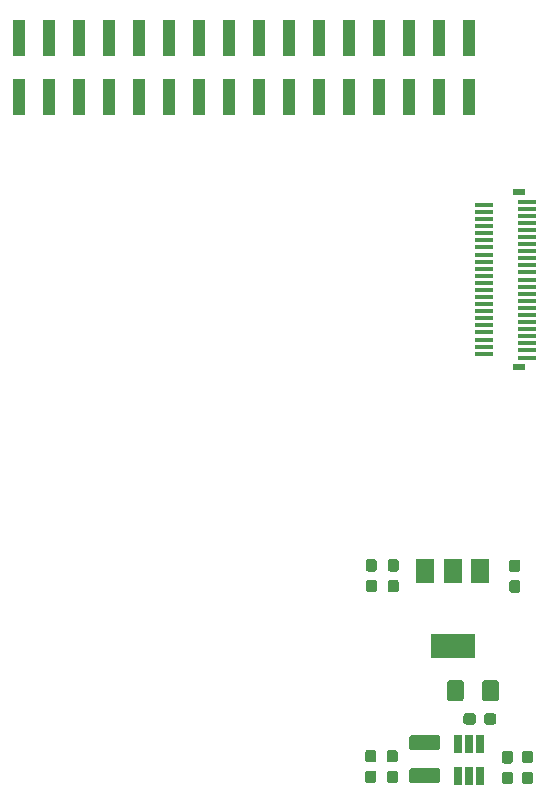
<source format=gbr>
G04 #@! TF.GenerationSoftware,KiCad,Pcbnew,(5.1.4)-1*
G04 #@! TF.CreationDate,2019-12-31T12:49:38+08:00*
G04 #@! TF.ProjectId,FH26W-45S-0.3SHW-DIP,46483236-572d-4343-9553-2d302e335348,rev?*
G04 #@! TF.SameCoordinates,Original*
G04 #@! TF.FileFunction,Paste,Bot*
G04 #@! TF.FilePolarity,Positive*
%FSLAX46Y46*%
G04 Gerber Fmt 4.6, Leading zero omitted, Abs format (unit mm)*
G04 Created by KiCad (PCBNEW (5.1.4)-1) date 2019-12-31 12:49:38*
%MOMM*%
%LPD*%
G04 APERTURE LIST*
%ADD10R,1.000000X0.550000*%
%ADD11R,1.500000X0.300000*%
%ADD12R,1.650000X0.300000*%
%ADD13C,0.100000*%
%ADD14C,0.950000*%
%ADD15C,1.425000*%
%ADD16R,0.650000X1.560000*%
%ADD17R,3.800000X2.000000*%
%ADD18R,1.500000X2.000000*%
%ADD19R,1.000000X3.150000*%
%ADD20C,1.250000*%
G04 APERTURE END LIST*
D10*
X148060000Y-43740000D03*
X148060000Y-58500000D03*
D11*
X145110000Y-44800000D03*
X145110000Y-45400000D03*
X145110000Y-46000000D03*
X145110000Y-46600000D03*
X145110000Y-47200000D03*
X145110000Y-47800000D03*
X145110000Y-48400000D03*
X145110000Y-49000000D03*
X145110000Y-49600000D03*
X145110000Y-50200000D03*
X145110000Y-50800000D03*
X145110000Y-51400000D03*
X145110000Y-52000000D03*
X145110000Y-52600000D03*
X145110000Y-53200000D03*
X145110000Y-53800000D03*
X145110000Y-54400000D03*
X145110000Y-55000000D03*
X145110000Y-55600000D03*
X145110000Y-56200000D03*
X145110000Y-56800000D03*
X145110000Y-57400000D03*
D12*
X148795000Y-44520000D03*
X148795000Y-45120000D03*
X148795000Y-45720000D03*
X148795000Y-46320000D03*
X148795000Y-46920000D03*
X148795000Y-47520000D03*
X148795000Y-48120000D03*
X148795000Y-48720000D03*
X148795000Y-49320000D03*
X148795000Y-49920000D03*
X148795000Y-50520000D03*
X148795000Y-51120000D03*
X148795000Y-51720000D03*
X148795000Y-52320000D03*
X148795000Y-52920000D03*
X148795000Y-53520000D03*
X148795000Y-54120000D03*
X148795000Y-54720000D03*
X148795000Y-55320000D03*
X148795000Y-55920000D03*
X148795000Y-56520000D03*
X148795000Y-57120000D03*
X148795000Y-57720000D03*
D13*
G36*
X137630779Y-92706144D02*
G01*
X137653834Y-92709563D01*
X137676443Y-92715227D01*
X137698387Y-92723079D01*
X137719457Y-92733044D01*
X137739448Y-92745026D01*
X137758168Y-92758910D01*
X137775438Y-92774562D01*
X137791090Y-92791832D01*
X137804974Y-92810552D01*
X137816956Y-92830543D01*
X137826921Y-92851613D01*
X137834773Y-92873557D01*
X137840437Y-92896166D01*
X137843856Y-92919221D01*
X137845000Y-92942500D01*
X137845000Y-93517500D01*
X137843856Y-93540779D01*
X137840437Y-93563834D01*
X137834773Y-93586443D01*
X137826921Y-93608387D01*
X137816956Y-93629457D01*
X137804974Y-93649448D01*
X137791090Y-93668168D01*
X137775438Y-93685438D01*
X137758168Y-93701090D01*
X137739448Y-93714974D01*
X137719457Y-93726956D01*
X137698387Y-93736921D01*
X137676443Y-93744773D01*
X137653834Y-93750437D01*
X137630779Y-93753856D01*
X137607500Y-93755000D01*
X137132500Y-93755000D01*
X137109221Y-93753856D01*
X137086166Y-93750437D01*
X137063557Y-93744773D01*
X137041613Y-93736921D01*
X137020543Y-93726956D01*
X137000552Y-93714974D01*
X136981832Y-93701090D01*
X136964562Y-93685438D01*
X136948910Y-93668168D01*
X136935026Y-93649448D01*
X136923044Y-93629457D01*
X136913079Y-93608387D01*
X136905227Y-93586443D01*
X136899563Y-93563834D01*
X136896144Y-93540779D01*
X136895000Y-93517500D01*
X136895000Y-92942500D01*
X136896144Y-92919221D01*
X136899563Y-92896166D01*
X136905227Y-92873557D01*
X136913079Y-92851613D01*
X136923044Y-92830543D01*
X136935026Y-92810552D01*
X136948910Y-92791832D01*
X136964562Y-92774562D01*
X136981832Y-92758910D01*
X137000552Y-92745026D01*
X137020543Y-92733044D01*
X137041613Y-92723079D01*
X137063557Y-92715227D01*
X137086166Y-92709563D01*
X137109221Y-92706144D01*
X137132500Y-92705000D01*
X137607500Y-92705000D01*
X137630779Y-92706144D01*
X137630779Y-92706144D01*
G37*
D14*
X137370000Y-93230000D03*
D13*
G36*
X137630779Y-90956144D02*
G01*
X137653834Y-90959563D01*
X137676443Y-90965227D01*
X137698387Y-90973079D01*
X137719457Y-90983044D01*
X137739448Y-90995026D01*
X137758168Y-91008910D01*
X137775438Y-91024562D01*
X137791090Y-91041832D01*
X137804974Y-91060552D01*
X137816956Y-91080543D01*
X137826921Y-91101613D01*
X137834773Y-91123557D01*
X137840437Y-91146166D01*
X137843856Y-91169221D01*
X137845000Y-91192500D01*
X137845000Y-91767500D01*
X137843856Y-91790779D01*
X137840437Y-91813834D01*
X137834773Y-91836443D01*
X137826921Y-91858387D01*
X137816956Y-91879457D01*
X137804974Y-91899448D01*
X137791090Y-91918168D01*
X137775438Y-91935438D01*
X137758168Y-91951090D01*
X137739448Y-91964974D01*
X137719457Y-91976956D01*
X137698387Y-91986921D01*
X137676443Y-91994773D01*
X137653834Y-92000437D01*
X137630779Y-92003856D01*
X137607500Y-92005000D01*
X137132500Y-92005000D01*
X137109221Y-92003856D01*
X137086166Y-92000437D01*
X137063557Y-91994773D01*
X137041613Y-91986921D01*
X137020543Y-91976956D01*
X137000552Y-91964974D01*
X136981832Y-91951090D01*
X136964562Y-91935438D01*
X136948910Y-91918168D01*
X136935026Y-91899448D01*
X136923044Y-91879457D01*
X136913079Y-91858387D01*
X136905227Y-91836443D01*
X136899563Y-91813834D01*
X136896144Y-91790779D01*
X136895000Y-91767500D01*
X136895000Y-91192500D01*
X136896144Y-91169221D01*
X136899563Y-91146166D01*
X136905227Y-91123557D01*
X136913079Y-91101613D01*
X136923044Y-91080543D01*
X136935026Y-91060552D01*
X136948910Y-91041832D01*
X136964562Y-91024562D01*
X136981832Y-91008910D01*
X137000552Y-90995026D01*
X137020543Y-90983044D01*
X137041613Y-90973079D01*
X137063557Y-90965227D01*
X137086166Y-90959563D01*
X137109221Y-90956144D01*
X137132500Y-90955000D01*
X137607500Y-90955000D01*
X137630779Y-90956144D01*
X137630779Y-90956144D01*
G37*
D14*
X137370000Y-91480000D03*
D13*
G36*
X148000779Y-74831144D02*
G01*
X148023834Y-74834563D01*
X148046443Y-74840227D01*
X148068387Y-74848079D01*
X148089457Y-74858044D01*
X148109448Y-74870026D01*
X148128168Y-74883910D01*
X148145438Y-74899562D01*
X148161090Y-74916832D01*
X148174974Y-74935552D01*
X148186956Y-74955543D01*
X148196921Y-74976613D01*
X148204773Y-74998557D01*
X148210437Y-75021166D01*
X148213856Y-75044221D01*
X148215000Y-75067500D01*
X148215000Y-75642500D01*
X148213856Y-75665779D01*
X148210437Y-75688834D01*
X148204773Y-75711443D01*
X148196921Y-75733387D01*
X148186956Y-75754457D01*
X148174974Y-75774448D01*
X148161090Y-75793168D01*
X148145438Y-75810438D01*
X148128168Y-75826090D01*
X148109448Y-75839974D01*
X148089457Y-75851956D01*
X148068387Y-75861921D01*
X148046443Y-75869773D01*
X148023834Y-75875437D01*
X148000779Y-75878856D01*
X147977500Y-75880000D01*
X147502500Y-75880000D01*
X147479221Y-75878856D01*
X147456166Y-75875437D01*
X147433557Y-75869773D01*
X147411613Y-75861921D01*
X147390543Y-75851956D01*
X147370552Y-75839974D01*
X147351832Y-75826090D01*
X147334562Y-75810438D01*
X147318910Y-75793168D01*
X147305026Y-75774448D01*
X147293044Y-75754457D01*
X147283079Y-75733387D01*
X147275227Y-75711443D01*
X147269563Y-75688834D01*
X147266144Y-75665779D01*
X147265000Y-75642500D01*
X147265000Y-75067500D01*
X147266144Y-75044221D01*
X147269563Y-75021166D01*
X147275227Y-74998557D01*
X147283079Y-74976613D01*
X147293044Y-74955543D01*
X147305026Y-74935552D01*
X147318910Y-74916832D01*
X147334562Y-74899562D01*
X147351832Y-74883910D01*
X147370552Y-74870026D01*
X147390543Y-74858044D01*
X147411613Y-74848079D01*
X147433557Y-74840227D01*
X147456166Y-74834563D01*
X147479221Y-74831144D01*
X147502500Y-74830000D01*
X147977500Y-74830000D01*
X148000779Y-74831144D01*
X148000779Y-74831144D01*
G37*
D14*
X147740000Y-75355000D03*
D13*
G36*
X148000779Y-76581144D02*
G01*
X148023834Y-76584563D01*
X148046443Y-76590227D01*
X148068387Y-76598079D01*
X148089457Y-76608044D01*
X148109448Y-76620026D01*
X148128168Y-76633910D01*
X148145438Y-76649562D01*
X148161090Y-76666832D01*
X148174974Y-76685552D01*
X148186956Y-76705543D01*
X148196921Y-76726613D01*
X148204773Y-76748557D01*
X148210437Y-76771166D01*
X148213856Y-76794221D01*
X148215000Y-76817500D01*
X148215000Y-77392500D01*
X148213856Y-77415779D01*
X148210437Y-77438834D01*
X148204773Y-77461443D01*
X148196921Y-77483387D01*
X148186956Y-77504457D01*
X148174974Y-77524448D01*
X148161090Y-77543168D01*
X148145438Y-77560438D01*
X148128168Y-77576090D01*
X148109448Y-77589974D01*
X148089457Y-77601956D01*
X148068387Y-77611921D01*
X148046443Y-77619773D01*
X148023834Y-77625437D01*
X148000779Y-77628856D01*
X147977500Y-77630000D01*
X147502500Y-77630000D01*
X147479221Y-77628856D01*
X147456166Y-77625437D01*
X147433557Y-77619773D01*
X147411613Y-77611921D01*
X147390543Y-77601956D01*
X147370552Y-77589974D01*
X147351832Y-77576090D01*
X147334562Y-77560438D01*
X147318910Y-77543168D01*
X147305026Y-77524448D01*
X147293044Y-77504457D01*
X147283079Y-77483387D01*
X147275227Y-77461443D01*
X147269563Y-77438834D01*
X147266144Y-77415779D01*
X147265000Y-77392500D01*
X147265000Y-76817500D01*
X147266144Y-76794221D01*
X147269563Y-76771166D01*
X147275227Y-76748557D01*
X147283079Y-76726613D01*
X147293044Y-76705543D01*
X147305026Y-76685552D01*
X147318910Y-76666832D01*
X147334562Y-76649562D01*
X147351832Y-76633910D01*
X147370552Y-76620026D01*
X147390543Y-76608044D01*
X147411613Y-76598079D01*
X147433557Y-76590227D01*
X147456166Y-76584563D01*
X147479221Y-76581144D01*
X147502500Y-76580000D01*
X147977500Y-76580000D01*
X148000779Y-76581144D01*
X148000779Y-76581144D01*
G37*
D14*
X147740000Y-77105000D03*
D13*
G36*
X135810779Y-92696144D02*
G01*
X135833834Y-92699563D01*
X135856443Y-92705227D01*
X135878387Y-92713079D01*
X135899457Y-92723044D01*
X135919448Y-92735026D01*
X135938168Y-92748910D01*
X135955438Y-92764562D01*
X135971090Y-92781832D01*
X135984974Y-92800552D01*
X135996956Y-92820543D01*
X136006921Y-92841613D01*
X136014773Y-92863557D01*
X136020437Y-92886166D01*
X136023856Y-92909221D01*
X136025000Y-92932500D01*
X136025000Y-93507500D01*
X136023856Y-93530779D01*
X136020437Y-93553834D01*
X136014773Y-93576443D01*
X136006921Y-93598387D01*
X135996956Y-93619457D01*
X135984974Y-93639448D01*
X135971090Y-93658168D01*
X135955438Y-93675438D01*
X135938168Y-93691090D01*
X135919448Y-93704974D01*
X135899457Y-93716956D01*
X135878387Y-93726921D01*
X135856443Y-93734773D01*
X135833834Y-93740437D01*
X135810779Y-93743856D01*
X135787500Y-93745000D01*
X135312500Y-93745000D01*
X135289221Y-93743856D01*
X135266166Y-93740437D01*
X135243557Y-93734773D01*
X135221613Y-93726921D01*
X135200543Y-93716956D01*
X135180552Y-93704974D01*
X135161832Y-93691090D01*
X135144562Y-93675438D01*
X135128910Y-93658168D01*
X135115026Y-93639448D01*
X135103044Y-93619457D01*
X135093079Y-93598387D01*
X135085227Y-93576443D01*
X135079563Y-93553834D01*
X135076144Y-93530779D01*
X135075000Y-93507500D01*
X135075000Y-92932500D01*
X135076144Y-92909221D01*
X135079563Y-92886166D01*
X135085227Y-92863557D01*
X135093079Y-92841613D01*
X135103044Y-92820543D01*
X135115026Y-92800552D01*
X135128910Y-92781832D01*
X135144562Y-92764562D01*
X135161832Y-92748910D01*
X135180552Y-92735026D01*
X135200543Y-92723044D01*
X135221613Y-92713079D01*
X135243557Y-92705227D01*
X135266166Y-92699563D01*
X135289221Y-92696144D01*
X135312500Y-92695000D01*
X135787500Y-92695000D01*
X135810779Y-92696144D01*
X135810779Y-92696144D01*
G37*
D14*
X135550000Y-93220000D03*
D13*
G36*
X135810779Y-90946144D02*
G01*
X135833834Y-90949563D01*
X135856443Y-90955227D01*
X135878387Y-90963079D01*
X135899457Y-90973044D01*
X135919448Y-90985026D01*
X135938168Y-90998910D01*
X135955438Y-91014562D01*
X135971090Y-91031832D01*
X135984974Y-91050552D01*
X135996956Y-91070543D01*
X136006921Y-91091613D01*
X136014773Y-91113557D01*
X136020437Y-91136166D01*
X136023856Y-91159221D01*
X136025000Y-91182500D01*
X136025000Y-91757500D01*
X136023856Y-91780779D01*
X136020437Y-91803834D01*
X136014773Y-91826443D01*
X136006921Y-91848387D01*
X135996956Y-91869457D01*
X135984974Y-91889448D01*
X135971090Y-91908168D01*
X135955438Y-91925438D01*
X135938168Y-91941090D01*
X135919448Y-91954974D01*
X135899457Y-91966956D01*
X135878387Y-91976921D01*
X135856443Y-91984773D01*
X135833834Y-91990437D01*
X135810779Y-91993856D01*
X135787500Y-91995000D01*
X135312500Y-91995000D01*
X135289221Y-91993856D01*
X135266166Y-91990437D01*
X135243557Y-91984773D01*
X135221613Y-91976921D01*
X135200543Y-91966956D01*
X135180552Y-91954974D01*
X135161832Y-91941090D01*
X135144562Y-91925438D01*
X135128910Y-91908168D01*
X135115026Y-91889448D01*
X135103044Y-91869457D01*
X135093079Y-91848387D01*
X135085227Y-91826443D01*
X135079563Y-91803834D01*
X135076144Y-91780779D01*
X135075000Y-91757500D01*
X135075000Y-91182500D01*
X135076144Y-91159221D01*
X135079563Y-91136166D01*
X135085227Y-91113557D01*
X135093079Y-91091613D01*
X135103044Y-91070543D01*
X135115026Y-91050552D01*
X135128910Y-91031832D01*
X135144562Y-91014562D01*
X135161832Y-90998910D01*
X135180552Y-90985026D01*
X135200543Y-90973044D01*
X135221613Y-90963079D01*
X135243557Y-90955227D01*
X135266166Y-90949563D01*
X135289221Y-90946144D01*
X135312500Y-90945000D01*
X135787500Y-90945000D01*
X135810779Y-90946144D01*
X135810779Y-90946144D01*
G37*
D14*
X135550000Y-91470000D03*
D13*
G36*
X137700779Y-76546144D02*
G01*
X137723834Y-76549563D01*
X137746443Y-76555227D01*
X137768387Y-76563079D01*
X137789457Y-76573044D01*
X137809448Y-76585026D01*
X137828168Y-76598910D01*
X137845438Y-76614562D01*
X137861090Y-76631832D01*
X137874974Y-76650552D01*
X137886956Y-76670543D01*
X137896921Y-76691613D01*
X137904773Y-76713557D01*
X137910437Y-76736166D01*
X137913856Y-76759221D01*
X137915000Y-76782500D01*
X137915000Y-77357500D01*
X137913856Y-77380779D01*
X137910437Y-77403834D01*
X137904773Y-77426443D01*
X137896921Y-77448387D01*
X137886956Y-77469457D01*
X137874974Y-77489448D01*
X137861090Y-77508168D01*
X137845438Y-77525438D01*
X137828168Y-77541090D01*
X137809448Y-77554974D01*
X137789457Y-77566956D01*
X137768387Y-77576921D01*
X137746443Y-77584773D01*
X137723834Y-77590437D01*
X137700779Y-77593856D01*
X137677500Y-77595000D01*
X137202500Y-77595000D01*
X137179221Y-77593856D01*
X137156166Y-77590437D01*
X137133557Y-77584773D01*
X137111613Y-77576921D01*
X137090543Y-77566956D01*
X137070552Y-77554974D01*
X137051832Y-77541090D01*
X137034562Y-77525438D01*
X137018910Y-77508168D01*
X137005026Y-77489448D01*
X136993044Y-77469457D01*
X136983079Y-77448387D01*
X136975227Y-77426443D01*
X136969563Y-77403834D01*
X136966144Y-77380779D01*
X136965000Y-77357500D01*
X136965000Y-76782500D01*
X136966144Y-76759221D01*
X136969563Y-76736166D01*
X136975227Y-76713557D01*
X136983079Y-76691613D01*
X136993044Y-76670543D01*
X137005026Y-76650552D01*
X137018910Y-76631832D01*
X137034562Y-76614562D01*
X137051832Y-76598910D01*
X137070552Y-76585026D01*
X137090543Y-76573044D01*
X137111613Y-76563079D01*
X137133557Y-76555227D01*
X137156166Y-76549563D01*
X137179221Y-76546144D01*
X137202500Y-76545000D01*
X137677500Y-76545000D01*
X137700779Y-76546144D01*
X137700779Y-76546144D01*
G37*
D14*
X137440000Y-77070000D03*
D13*
G36*
X137700779Y-74796144D02*
G01*
X137723834Y-74799563D01*
X137746443Y-74805227D01*
X137768387Y-74813079D01*
X137789457Y-74823044D01*
X137809448Y-74835026D01*
X137828168Y-74848910D01*
X137845438Y-74864562D01*
X137861090Y-74881832D01*
X137874974Y-74900552D01*
X137886956Y-74920543D01*
X137896921Y-74941613D01*
X137904773Y-74963557D01*
X137910437Y-74986166D01*
X137913856Y-75009221D01*
X137915000Y-75032500D01*
X137915000Y-75607500D01*
X137913856Y-75630779D01*
X137910437Y-75653834D01*
X137904773Y-75676443D01*
X137896921Y-75698387D01*
X137886956Y-75719457D01*
X137874974Y-75739448D01*
X137861090Y-75758168D01*
X137845438Y-75775438D01*
X137828168Y-75791090D01*
X137809448Y-75804974D01*
X137789457Y-75816956D01*
X137768387Y-75826921D01*
X137746443Y-75834773D01*
X137723834Y-75840437D01*
X137700779Y-75843856D01*
X137677500Y-75845000D01*
X137202500Y-75845000D01*
X137179221Y-75843856D01*
X137156166Y-75840437D01*
X137133557Y-75834773D01*
X137111613Y-75826921D01*
X137090543Y-75816956D01*
X137070552Y-75804974D01*
X137051832Y-75791090D01*
X137034562Y-75775438D01*
X137018910Y-75758168D01*
X137005026Y-75739448D01*
X136993044Y-75719457D01*
X136983079Y-75698387D01*
X136975227Y-75676443D01*
X136969563Y-75653834D01*
X136966144Y-75630779D01*
X136965000Y-75607500D01*
X136965000Y-75032500D01*
X136966144Y-75009221D01*
X136969563Y-74986166D01*
X136975227Y-74963557D01*
X136983079Y-74941613D01*
X136993044Y-74920543D01*
X137005026Y-74900552D01*
X137018910Y-74881832D01*
X137034562Y-74864562D01*
X137051832Y-74848910D01*
X137070552Y-74835026D01*
X137090543Y-74823044D01*
X137111613Y-74813079D01*
X137133557Y-74805227D01*
X137156166Y-74799563D01*
X137179221Y-74796144D01*
X137202500Y-74795000D01*
X137677500Y-74795000D01*
X137700779Y-74796144D01*
X137700779Y-74796144D01*
G37*
D14*
X137440000Y-75320000D03*
D13*
G36*
X146172004Y-85046204D02*
G01*
X146196273Y-85049804D01*
X146220071Y-85055765D01*
X146243171Y-85064030D01*
X146265349Y-85074520D01*
X146286393Y-85087133D01*
X146306098Y-85101747D01*
X146324277Y-85118223D01*
X146340753Y-85136402D01*
X146355367Y-85156107D01*
X146367980Y-85177151D01*
X146378470Y-85199329D01*
X146386735Y-85222429D01*
X146392696Y-85246227D01*
X146396296Y-85270496D01*
X146397500Y-85295000D01*
X146397500Y-86545000D01*
X146396296Y-86569504D01*
X146392696Y-86593773D01*
X146386735Y-86617571D01*
X146378470Y-86640671D01*
X146367980Y-86662849D01*
X146355367Y-86683893D01*
X146340753Y-86703598D01*
X146324277Y-86721777D01*
X146306098Y-86738253D01*
X146286393Y-86752867D01*
X146265349Y-86765480D01*
X146243171Y-86775970D01*
X146220071Y-86784235D01*
X146196273Y-86790196D01*
X146172004Y-86793796D01*
X146147500Y-86795000D01*
X145222500Y-86795000D01*
X145197996Y-86793796D01*
X145173727Y-86790196D01*
X145149929Y-86784235D01*
X145126829Y-86775970D01*
X145104651Y-86765480D01*
X145083607Y-86752867D01*
X145063902Y-86738253D01*
X145045723Y-86721777D01*
X145029247Y-86703598D01*
X145014633Y-86683893D01*
X145002020Y-86662849D01*
X144991530Y-86640671D01*
X144983265Y-86617571D01*
X144977304Y-86593773D01*
X144973704Y-86569504D01*
X144972500Y-86545000D01*
X144972500Y-85295000D01*
X144973704Y-85270496D01*
X144977304Y-85246227D01*
X144983265Y-85222429D01*
X144991530Y-85199329D01*
X145002020Y-85177151D01*
X145014633Y-85156107D01*
X145029247Y-85136402D01*
X145045723Y-85118223D01*
X145063902Y-85101747D01*
X145083607Y-85087133D01*
X145104651Y-85074520D01*
X145126829Y-85064030D01*
X145149929Y-85055765D01*
X145173727Y-85049804D01*
X145197996Y-85046204D01*
X145222500Y-85045000D01*
X146147500Y-85045000D01*
X146172004Y-85046204D01*
X146172004Y-85046204D01*
G37*
D15*
X145685000Y-85920000D03*
D13*
G36*
X143197004Y-85046204D02*
G01*
X143221273Y-85049804D01*
X143245071Y-85055765D01*
X143268171Y-85064030D01*
X143290349Y-85074520D01*
X143311393Y-85087133D01*
X143331098Y-85101747D01*
X143349277Y-85118223D01*
X143365753Y-85136402D01*
X143380367Y-85156107D01*
X143392980Y-85177151D01*
X143403470Y-85199329D01*
X143411735Y-85222429D01*
X143417696Y-85246227D01*
X143421296Y-85270496D01*
X143422500Y-85295000D01*
X143422500Y-86545000D01*
X143421296Y-86569504D01*
X143417696Y-86593773D01*
X143411735Y-86617571D01*
X143403470Y-86640671D01*
X143392980Y-86662849D01*
X143380367Y-86683893D01*
X143365753Y-86703598D01*
X143349277Y-86721777D01*
X143331098Y-86738253D01*
X143311393Y-86752867D01*
X143290349Y-86765480D01*
X143268171Y-86775970D01*
X143245071Y-86784235D01*
X143221273Y-86790196D01*
X143197004Y-86793796D01*
X143172500Y-86795000D01*
X142247500Y-86795000D01*
X142222996Y-86793796D01*
X142198727Y-86790196D01*
X142174929Y-86784235D01*
X142151829Y-86775970D01*
X142129651Y-86765480D01*
X142108607Y-86752867D01*
X142088902Y-86738253D01*
X142070723Y-86721777D01*
X142054247Y-86703598D01*
X142039633Y-86683893D01*
X142027020Y-86662849D01*
X142016530Y-86640671D01*
X142008265Y-86617571D01*
X142002304Y-86593773D01*
X141998704Y-86569504D01*
X141997500Y-86545000D01*
X141997500Y-85295000D01*
X141998704Y-85270496D01*
X142002304Y-85246227D01*
X142008265Y-85222429D01*
X142016530Y-85199329D01*
X142027020Y-85177151D01*
X142039633Y-85156107D01*
X142054247Y-85136402D01*
X142070723Y-85118223D01*
X142088902Y-85101747D01*
X142108607Y-85087133D01*
X142129651Y-85074520D01*
X142151829Y-85064030D01*
X142174929Y-85055765D01*
X142198727Y-85049804D01*
X142222996Y-85046204D01*
X142247500Y-85045000D01*
X143172500Y-85045000D01*
X143197004Y-85046204D01*
X143197004Y-85046204D01*
G37*
D15*
X142710000Y-85920000D03*
D13*
G36*
X149070779Y-92786144D02*
G01*
X149093834Y-92789563D01*
X149116443Y-92795227D01*
X149138387Y-92803079D01*
X149159457Y-92813044D01*
X149179448Y-92825026D01*
X149198168Y-92838910D01*
X149215438Y-92854562D01*
X149231090Y-92871832D01*
X149244974Y-92890552D01*
X149256956Y-92910543D01*
X149266921Y-92931613D01*
X149274773Y-92953557D01*
X149280437Y-92976166D01*
X149283856Y-92999221D01*
X149285000Y-93022500D01*
X149285000Y-93597500D01*
X149283856Y-93620779D01*
X149280437Y-93643834D01*
X149274773Y-93666443D01*
X149266921Y-93688387D01*
X149256956Y-93709457D01*
X149244974Y-93729448D01*
X149231090Y-93748168D01*
X149215438Y-93765438D01*
X149198168Y-93781090D01*
X149179448Y-93794974D01*
X149159457Y-93806956D01*
X149138387Y-93816921D01*
X149116443Y-93824773D01*
X149093834Y-93830437D01*
X149070779Y-93833856D01*
X149047500Y-93835000D01*
X148572500Y-93835000D01*
X148549221Y-93833856D01*
X148526166Y-93830437D01*
X148503557Y-93824773D01*
X148481613Y-93816921D01*
X148460543Y-93806956D01*
X148440552Y-93794974D01*
X148421832Y-93781090D01*
X148404562Y-93765438D01*
X148388910Y-93748168D01*
X148375026Y-93729448D01*
X148363044Y-93709457D01*
X148353079Y-93688387D01*
X148345227Y-93666443D01*
X148339563Y-93643834D01*
X148336144Y-93620779D01*
X148335000Y-93597500D01*
X148335000Y-93022500D01*
X148336144Y-92999221D01*
X148339563Y-92976166D01*
X148345227Y-92953557D01*
X148353079Y-92931613D01*
X148363044Y-92910543D01*
X148375026Y-92890552D01*
X148388910Y-92871832D01*
X148404562Y-92854562D01*
X148421832Y-92838910D01*
X148440552Y-92825026D01*
X148460543Y-92813044D01*
X148481613Y-92803079D01*
X148503557Y-92795227D01*
X148526166Y-92789563D01*
X148549221Y-92786144D01*
X148572500Y-92785000D01*
X149047500Y-92785000D01*
X149070779Y-92786144D01*
X149070779Y-92786144D01*
G37*
D14*
X148810000Y-93310000D03*
D13*
G36*
X149070779Y-91036144D02*
G01*
X149093834Y-91039563D01*
X149116443Y-91045227D01*
X149138387Y-91053079D01*
X149159457Y-91063044D01*
X149179448Y-91075026D01*
X149198168Y-91088910D01*
X149215438Y-91104562D01*
X149231090Y-91121832D01*
X149244974Y-91140552D01*
X149256956Y-91160543D01*
X149266921Y-91181613D01*
X149274773Y-91203557D01*
X149280437Y-91226166D01*
X149283856Y-91249221D01*
X149285000Y-91272500D01*
X149285000Y-91847500D01*
X149283856Y-91870779D01*
X149280437Y-91893834D01*
X149274773Y-91916443D01*
X149266921Y-91938387D01*
X149256956Y-91959457D01*
X149244974Y-91979448D01*
X149231090Y-91998168D01*
X149215438Y-92015438D01*
X149198168Y-92031090D01*
X149179448Y-92044974D01*
X149159457Y-92056956D01*
X149138387Y-92066921D01*
X149116443Y-92074773D01*
X149093834Y-92080437D01*
X149070779Y-92083856D01*
X149047500Y-92085000D01*
X148572500Y-92085000D01*
X148549221Y-92083856D01*
X148526166Y-92080437D01*
X148503557Y-92074773D01*
X148481613Y-92066921D01*
X148460543Y-92056956D01*
X148440552Y-92044974D01*
X148421832Y-92031090D01*
X148404562Y-92015438D01*
X148388910Y-91998168D01*
X148375026Y-91979448D01*
X148363044Y-91959457D01*
X148353079Y-91938387D01*
X148345227Y-91916443D01*
X148339563Y-91893834D01*
X148336144Y-91870779D01*
X148335000Y-91847500D01*
X148335000Y-91272500D01*
X148336144Y-91249221D01*
X148339563Y-91226166D01*
X148345227Y-91203557D01*
X148353079Y-91181613D01*
X148363044Y-91160543D01*
X148375026Y-91140552D01*
X148388910Y-91121832D01*
X148404562Y-91104562D01*
X148421832Y-91088910D01*
X148440552Y-91075026D01*
X148460543Y-91063044D01*
X148481613Y-91053079D01*
X148503557Y-91045227D01*
X148526166Y-91039563D01*
X148549221Y-91036144D01*
X148572500Y-91035000D01*
X149047500Y-91035000D01*
X149070779Y-91036144D01*
X149070779Y-91036144D01*
G37*
D14*
X148810000Y-91560000D03*
D13*
G36*
X147370779Y-91046144D02*
G01*
X147393834Y-91049563D01*
X147416443Y-91055227D01*
X147438387Y-91063079D01*
X147459457Y-91073044D01*
X147479448Y-91085026D01*
X147498168Y-91098910D01*
X147515438Y-91114562D01*
X147531090Y-91131832D01*
X147544974Y-91150552D01*
X147556956Y-91170543D01*
X147566921Y-91191613D01*
X147574773Y-91213557D01*
X147580437Y-91236166D01*
X147583856Y-91259221D01*
X147585000Y-91282500D01*
X147585000Y-91857500D01*
X147583856Y-91880779D01*
X147580437Y-91903834D01*
X147574773Y-91926443D01*
X147566921Y-91948387D01*
X147556956Y-91969457D01*
X147544974Y-91989448D01*
X147531090Y-92008168D01*
X147515438Y-92025438D01*
X147498168Y-92041090D01*
X147479448Y-92054974D01*
X147459457Y-92066956D01*
X147438387Y-92076921D01*
X147416443Y-92084773D01*
X147393834Y-92090437D01*
X147370779Y-92093856D01*
X147347500Y-92095000D01*
X146872500Y-92095000D01*
X146849221Y-92093856D01*
X146826166Y-92090437D01*
X146803557Y-92084773D01*
X146781613Y-92076921D01*
X146760543Y-92066956D01*
X146740552Y-92054974D01*
X146721832Y-92041090D01*
X146704562Y-92025438D01*
X146688910Y-92008168D01*
X146675026Y-91989448D01*
X146663044Y-91969457D01*
X146653079Y-91948387D01*
X146645227Y-91926443D01*
X146639563Y-91903834D01*
X146636144Y-91880779D01*
X146635000Y-91857500D01*
X146635000Y-91282500D01*
X146636144Y-91259221D01*
X146639563Y-91236166D01*
X146645227Y-91213557D01*
X146653079Y-91191613D01*
X146663044Y-91170543D01*
X146675026Y-91150552D01*
X146688910Y-91131832D01*
X146704562Y-91114562D01*
X146721832Y-91098910D01*
X146740552Y-91085026D01*
X146760543Y-91073044D01*
X146781613Y-91063079D01*
X146803557Y-91055227D01*
X146826166Y-91049563D01*
X146849221Y-91046144D01*
X146872500Y-91045000D01*
X147347500Y-91045000D01*
X147370779Y-91046144D01*
X147370779Y-91046144D01*
G37*
D14*
X147110000Y-91570000D03*
D13*
G36*
X147370779Y-92796144D02*
G01*
X147393834Y-92799563D01*
X147416443Y-92805227D01*
X147438387Y-92813079D01*
X147459457Y-92823044D01*
X147479448Y-92835026D01*
X147498168Y-92848910D01*
X147515438Y-92864562D01*
X147531090Y-92881832D01*
X147544974Y-92900552D01*
X147556956Y-92920543D01*
X147566921Y-92941613D01*
X147574773Y-92963557D01*
X147580437Y-92986166D01*
X147583856Y-93009221D01*
X147585000Y-93032500D01*
X147585000Y-93607500D01*
X147583856Y-93630779D01*
X147580437Y-93653834D01*
X147574773Y-93676443D01*
X147566921Y-93698387D01*
X147556956Y-93719457D01*
X147544974Y-93739448D01*
X147531090Y-93758168D01*
X147515438Y-93775438D01*
X147498168Y-93791090D01*
X147479448Y-93804974D01*
X147459457Y-93816956D01*
X147438387Y-93826921D01*
X147416443Y-93834773D01*
X147393834Y-93840437D01*
X147370779Y-93843856D01*
X147347500Y-93845000D01*
X146872500Y-93845000D01*
X146849221Y-93843856D01*
X146826166Y-93840437D01*
X146803557Y-93834773D01*
X146781613Y-93826921D01*
X146760543Y-93816956D01*
X146740552Y-93804974D01*
X146721832Y-93791090D01*
X146704562Y-93775438D01*
X146688910Y-93758168D01*
X146675026Y-93739448D01*
X146663044Y-93719457D01*
X146653079Y-93698387D01*
X146645227Y-93676443D01*
X146639563Y-93653834D01*
X146636144Y-93630779D01*
X146635000Y-93607500D01*
X146635000Y-93032500D01*
X146636144Y-93009221D01*
X146639563Y-92986166D01*
X146645227Y-92963557D01*
X146653079Y-92941613D01*
X146663044Y-92920543D01*
X146675026Y-92900552D01*
X146688910Y-92881832D01*
X146704562Y-92864562D01*
X146721832Y-92848910D01*
X146740552Y-92835026D01*
X146760543Y-92823044D01*
X146781613Y-92813079D01*
X146803557Y-92805227D01*
X146826166Y-92799563D01*
X146849221Y-92796144D01*
X146872500Y-92795000D01*
X147347500Y-92795000D01*
X147370779Y-92796144D01*
X147370779Y-92796144D01*
G37*
D14*
X147110000Y-93320000D03*
D13*
G36*
X144220779Y-87846144D02*
G01*
X144243834Y-87849563D01*
X144266443Y-87855227D01*
X144288387Y-87863079D01*
X144309457Y-87873044D01*
X144329448Y-87885026D01*
X144348168Y-87898910D01*
X144365438Y-87914562D01*
X144381090Y-87931832D01*
X144394974Y-87950552D01*
X144406956Y-87970543D01*
X144416921Y-87991613D01*
X144424773Y-88013557D01*
X144430437Y-88036166D01*
X144433856Y-88059221D01*
X144435000Y-88082500D01*
X144435000Y-88557500D01*
X144433856Y-88580779D01*
X144430437Y-88603834D01*
X144424773Y-88626443D01*
X144416921Y-88648387D01*
X144406956Y-88669457D01*
X144394974Y-88689448D01*
X144381090Y-88708168D01*
X144365438Y-88725438D01*
X144348168Y-88741090D01*
X144329448Y-88754974D01*
X144309457Y-88766956D01*
X144288387Y-88776921D01*
X144266443Y-88784773D01*
X144243834Y-88790437D01*
X144220779Y-88793856D01*
X144197500Y-88795000D01*
X143622500Y-88795000D01*
X143599221Y-88793856D01*
X143576166Y-88790437D01*
X143553557Y-88784773D01*
X143531613Y-88776921D01*
X143510543Y-88766956D01*
X143490552Y-88754974D01*
X143471832Y-88741090D01*
X143454562Y-88725438D01*
X143438910Y-88708168D01*
X143425026Y-88689448D01*
X143413044Y-88669457D01*
X143403079Y-88648387D01*
X143395227Y-88626443D01*
X143389563Y-88603834D01*
X143386144Y-88580779D01*
X143385000Y-88557500D01*
X143385000Y-88082500D01*
X143386144Y-88059221D01*
X143389563Y-88036166D01*
X143395227Y-88013557D01*
X143403079Y-87991613D01*
X143413044Y-87970543D01*
X143425026Y-87950552D01*
X143438910Y-87931832D01*
X143454562Y-87914562D01*
X143471832Y-87898910D01*
X143490552Y-87885026D01*
X143510543Y-87873044D01*
X143531613Y-87863079D01*
X143553557Y-87855227D01*
X143576166Y-87849563D01*
X143599221Y-87846144D01*
X143622500Y-87845000D01*
X144197500Y-87845000D01*
X144220779Y-87846144D01*
X144220779Y-87846144D01*
G37*
D14*
X143910000Y-88320000D03*
D13*
G36*
X145970779Y-87846144D02*
G01*
X145993834Y-87849563D01*
X146016443Y-87855227D01*
X146038387Y-87863079D01*
X146059457Y-87873044D01*
X146079448Y-87885026D01*
X146098168Y-87898910D01*
X146115438Y-87914562D01*
X146131090Y-87931832D01*
X146144974Y-87950552D01*
X146156956Y-87970543D01*
X146166921Y-87991613D01*
X146174773Y-88013557D01*
X146180437Y-88036166D01*
X146183856Y-88059221D01*
X146185000Y-88082500D01*
X146185000Y-88557500D01*
X146183856Y-88580779D01*
X146180437Y-88603834D01*
X146174773Y-88626443D01*
X146166921Y-88648387D01*
X146156956Y-88669457D01*
X146144974Y-88689448D01*
X146131090Y-88708168D01*
X146115438Y-88725438D01*
X146098168Y-88741090D01*
X146079448Y-88754974D01*
X146059457Y-88766956D01*
X146038387Y-88776921D01*
X146016443Y-88784773D01*
X145993834Y-88790437D01*
X145970779Y-88793856D01*
X145947500Y-88795000D01*
X145372500Y-88795000D01*
X145349221Y-88793856D01*
X145326166Y-88790437D01*
X145303557Y-88784773D01*
X145281613Y-88776921D01*
X145260543Y-88766956D01*
X145240552Y-88754974D01*
X145221832Y-88741090D01*
X145204562Y-88725438D01*
X145188910Y-88708168D01*
X145175026Y-88689448D01*
X145163044Y-88669457D01*
X145153079Y-88648387D01*
X145145227Y-88626443D01*
X145139563Y-88603834D01*
X145136144Y-88580779D01*
X145135000Y-88557500D01*
X145135000Y-88082500D01*
X145136144Y-88059221D01*
X145139563Y-88036166D01*
X145145227Y-88013557D01*
X145153079Y-87991613D01*
X145163044Y-87970543D01*
X145175026Y-87950552D01*
X145188910Y-87931832D01*
X145204562Y-87914562D01*
X145221832Y-87898910D01*
X145240552Y-87885026D01*
X145260543Y-87873044D01*
X145281613Y-87863079D01*
X145303557Y-87855227D01*
X145326166Y-87849563D01*
X145349221Y-87846144D01*
X145372500Y-87845000D01*
X145947500Y-87845000D01*
X145970779Y-87846144D01*
X145970779Y-87846144D01*
G37*
D14*
X145660000Y-88320000D03*
D16*
X142910000Y-90420000D03*
X143860000Y-90420000D03*
X144810000Y-90420000D03*
X144810000Y-93120000D03*
X142910000Y-93120000D03*
X143860000Y-93120000D03*
D17*
X142470000Y-82110000D03*
D18*
X142470000Y-75810000D03*
X144770000Y-75810000D03*
X140170000Y-75810000D03*
D19*
X143860000Y-35675000D03*
X143860000Y-30625000D03*
X141320000Y-35675000D03*
X141320000Y-30625000D03*
X138780000Y-35675000D03*
X138780000Y-30625000D03*
X136240000Y-35675000D03*
X136240000Y-30625000D03*
X133700000Y-35675000D03*
X133700000Y-30625000D03*
X131160000Y-35675000D03*
X131160000Y-30625000D03*
X128620000Y-35675000D03*
X128620000Y-30625000D03*
X126080000Y-35675000D03*
X126080000Y-30625000D03*
X123540000Y-35675000D03*
X123540000Y-30625000D03*
X121000000Y-35675000D03*
X121000000Y-30625000D03*
X118460000Y-35675000D03*
X118460000Y-30625000D03*
X115920000Y-35675000D03*
X115920000Y-30625000D03*
X113380000Y-35675000D03*
X113380000Y-30625000D03*
X110840000Y-35675000D03*
X110840000Y-30625000D03*
X108300000Y-35675000D03*
X108300000Y-30625000D03*
X105760000Y-35675000D03*
X105760000Y-30625000D03*
D13*
G36*
X135850779Y-76546144D02*
G01*
X135873834Y-76549563D01*
X135896443Y-76555227D01*
X135918387Y-76563079D01*
X135939457Y-76573044D01*
X135959448Y-76585026D01*
X135978168Y-76598910D01*
X135995438Y-76614562D01*
X136011090Y-76631832D01*
X136024974Y-76650552D01*
X136036956Y-76670543D01*
X136046921Y-76691613D01*
X136054773Y-76713557D01*
X136060437Y-76736166D01*
X136063856Y-76759221D01*
X136065000Y-76782500D01*
X136065000Y-77357500D01*
X136063856Y-77380779D01*
X136060437Y-77403834D01*
X136054773Y-77426443D01*
X136046921Y-77448387D01*
X136036956Y-77469457D01*
X136024974Y-77489448D01*
X136011090Y-77508168D01*
X135995438Y-77525438D01*
X135978168Y-77541090D01*
X135959448Y-77554974D01*
X135939457Y-77566956D01*
X135918387Y-77576921D01*
X135896443Y-77584773D01*
X135873834Y-77590437D01*
X135850779Y-77593856D01*
X135827500Y-77595000D01*
X135352500Y-77595000D01*
X135329221Y-77593856D01*
X135306166Y-77590437D01*
X135283557Y-77584773D01*
X135261613Y-77576921D01*
X135240543Y-77566956D01*
X135220552Y-77554974D01*
X135201832Y-77541090D01*
X135184562Y-77525438D01*
X135168910Y-77508168D01*
X135155026Y-77489448D01*
X135143044Y-77469457D01*
X135133079Y-77448387D01*
X135125227Y-77426443D01*
X135119563Y-77403834D01*
X135116144Y-77380779D01*
X135115000Y-77357500D01*
X135115000Y-76782500D01*
X135116144Y-76759221D01*
X135119563Y-76736166D01*
X135125227Y-76713557D01*
X135133079Y-76691613D01*
X135143044Y-76670543D01*
X135155026Y-76650552D01*
X135168910Y-76631832D01*
X135184562Y-76614562D01*
X135201832Y-76598910D01*
X135220552Y-76585026D01*
X135240543Y-76573044D01*
X135261613Y-76563079D01*
X135283557Y-76555227D01*
X135306166Y-76549563D01*
X135329221Y-76546144D01*
X135352500Y-76545000D01*
X135827500Y-76545000D01*
X135850779Y-76546144D01*
X135850779Y-76546144D01*
G37*
D14*
X135590000Y-77070000D03*
D13*
G36*
X135850779Y-74796144D02*
G01*
X135873834Y-74799563D01*
X135896443Y-74805227D01*
X135918387Y-74813079D01*
X135939457Y-74823044D01*
X135959448Y-74835026D01*
X135978168Y-74848910D01*
X135995438Y-74864562D01*
X136011090Y-74881832D01*
X136024974Y-74900552D01*
X136036956Y-74920543D01*
X136046921Y-74941613D01*
X136054773Y-74963557D01*
X136060437Y-74986166D01*
X136063856Y-75009221D01*
X136065000Y-75032500D01*
X136065000Y-75607500D01*
X136063856Y-75630779D01*
X136060437Y-75653834D01*
X136054773Y-75676443D01*
X136046921Y-75698387D01*
X136036956Y-75719457D01*
X136024974Y-75739448D01*
X136011090Y-75758168D01*
X135995438Y-75775438D01*
X135978168Y-75791090D01*
X135959448Y-75804974D01*
X135939457Y-75816956D01*
X135918387Y-75826921D01*
X135896443Y-75834773D01*
X135873834Y-75840437D01*
X135850779Y-75843856D01*
X135827500Y-75845000D01*
X135352500Y-75845000D01*
X135329221Y-75843856D01*
X135306166Y-75840437D01*
X135283557Y-75834773D01*
X135261613Y-75826921D01*
X135240543Y-75816956D01*
X135220552Y-75804974D01*
X135201832Y-75791090D01*
X135184562Y-75775438D01*
X135168910Y-75758168D01*
X135155026Y-75739448D01*
X135143044Y-75719457D01*
X135133079Y-75698387D01*
X135125227Y-75676443D01*
X135119563Y-75653834D01*
X135116144Y-75630779D01*
X135115000Y-75607500D01*
X135115000Y-75032500D01*
X135116144Y-75009221D01*
X135119563Y-74986166D01*
X135125227Y-74963557D01*
X135133079Y-74941613D01*
X135143044Y-74920543D01*
X135155026Y-74900552D01*
X135168910Y-74881832D01*
X135184562Y-74864562D01*
X135201832Y-74848910D01*
X135220552Y-74835026D01*
X135240543Y-74823044D01*
X135261613Y-74813079D01*
X135283557Y-74805227D01*
X135306166Y-74799563D01*
X135329221Y-74796144D01*
X135352500Y-74795000D01*
X135827500Y-74795000D01*
X135850779Y-74796144D01*
X135850779Y-74796144D01*
G37*
D14*
X135590000Y-75320000D03*
D13*
G36*
X141209504Y-92496204D02*
G01*
X141233773Y-92499804D01*
X141257571Y-92505765D01*
X141280671Y-92514030D01*
X141302849Y-92524520D01*
X141323893Y-92537133D01*
X141343598Y-92551747D01*
X141361777Y-92568223D01*
X141378253Y-92586402D01*
X141392867Y-92606107D01*
X141405480Y-92627151D01*
X141415970Y-92649329D01*
X141424235Y-92672429D01*
X141430196Y-92696227D01*
X141433796Y-92720496D01*
X141435000Y-92745000D01*
X141435000Y-93495000D01*
X141433796Y-93519504D01*
X141430196Y-93543773D01*
X141424235Y-93567571D01*
X141415970Y-93590671D01*
X141405480Y-93612849D01*
X141392867Y-93633893D01*
X141378253Y-93653598D01*
X141361777Y-93671777D01*
X141343598Y-93688253D01*
X141323893Y-93702867D01*
X141302849Y-93715480D01*
X141280671Y-93725970D01*
X141257571Y-93734235D01*
X141233773Y-93740196D01*
X141209504Y-93743796D01*
X141185000Y-93745000D01*
X139035000Y-93745000D01*
X139010496Y-93743796D01*
X138986227Y-93740196D01*
X138962429Y-93734235D01*
X138939329Y-93725970D01*
X138917151Y-93715480D01*
X138896107Y-93702867D01*
X138876402Y-93688253D01*
X138858223Y-93671777D01*
X138841747Y-93653598D01*
X138827133Y-93633893D01*
X138814520Y-93612849D01*
X138804030Y-93590671D01*
X138795765Y-93567571D01*
X138789804Y-93543773D01*
X138786204Y-93519504D01*
X138785000Y-93495000D01*
X138785000Y-92745000D01*
X138786204Y-92720496D01*
X138789804Y-92696227D01*
X138795765Y-92672429D01*
X138804030Y-92649329D01*
X138814520Y-92627151D01*
X138827133Y-92606107D01*
X138841747Y-92586402D01*
X138858223Y-92568223D01*
X138876402Y-92551747D01*
X138896107Y-92537133D01*
X138917151Y-92524520D01*
X138939329Y-92514030D01*
X138962429Y-92505765D01*
X138986227Y-92499804D01*
X139010496Y-92496204D01*
X139035000Y-92495000D01*
X141185000Y-92495000D01*
X141209504Y-92496204D01*
X141209504Y-92496204D01*
G37*
D20*
X140110000Y-93120000D03*
D13*
G36*
X141209504Y-89696204D02*
G01*
X141233773Y-89699804D01*
X141257571Y-89705765D01*
X141280671Y-89714030D01*
X141302849Y-89724520D01*
X141323893Y-89737133D01*
X141343598Y-89751747D01*
X141361777Y-89768223D01*
X141378253Y-89786402D01*
X141392867Y-89806107D01*
X141405480Y-89827151D01*
X141415970Y-89849329D01*
X141424235Y-89872429D01*
X141430196Y-89896227D01*
X141433796Y-89920496D01*
X141435000Y-89945000D01*
X141435000Y-90695000D01*
X141433796Y-90719504D01*
X141430196Y-90743773D01*
X141424235Y-90767571D01*
X141415970Y-90790671D01*
X141405480Y-90812849D01*
X141392867Y-90833893D01*
X141378253Y-90853598D01*
X141361777Y-90871777D01*
X141343598Y-90888253D01*
X141323893Y-90902867D01*
X141302849Y-90915480D01*
X141280671Y-90925970D01*
X141257571Y-90934235D01*
X141233773Y-90940196D01*
X141209504Y-90943796D01*
X141185000Y-90945000D01*
X139035000Y-90945000D01*
X139010496Y-90943796D01*
X138986227Y-90940196D01*
X138962429Y-90934235D01*
X138939329Y-90925970D01*
X138917151Y-90915480D01*
X138896107Y-90902867D01*
X138876402Y-90888253D01*
X138858223Y-90871777D01*
X138841747Y-90853598D01*
X138827133Y-90833893D01*
X138814520Y-90812849D01*
X138804030Y-90790671D01*
X138795765Y-90767571D01*
X138789804Y-90743773D01*
X138786204Y-90719504D01*
X138785000Y-90695000D01*
X138785000Y-89945000D01*
X138786204Y-89920496D01*
X138789804Y-89896227D01*
X138795765Y-89872429D01*
X138804030Y-89849329D01*
X138814520Y-89827151D01*
X138827133Y-89806107D01*
X138841747Y-89786402D01*
X138858223Y-89768223D01*
X138876402Y-89751747D01*
X138896107Y-89737133D01*
X138917151Y-89724520D01*
X138939329Y-89714030D01*
X138962429Y-89705765D01*
X138986227Y-89699804D01*
X139010496Y-89696204D01*
X139035000Y-89695000D01*
X141185000Y-89695000D01*
X141209504Y-89696204D01*
X141209504Y-89696204D01*
G37*
D20*
X140110000Y-90320000D03*
M02*

</source>
